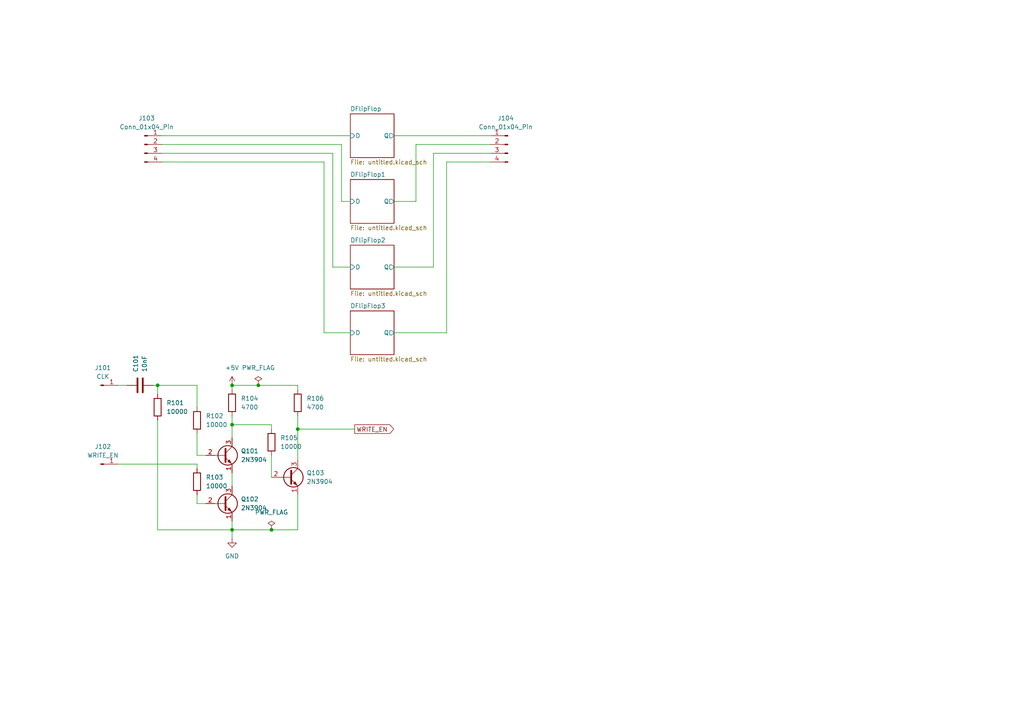
<source format=kicad_sch>
(kicad_sch
	(version 20250114)
	(generator "eeschema")
	(generator_version "9.0")
	(uuid "e96f5457-db99-4a37-99bc-c8d984ac6a13")
	(paper "A4")
	(lib_symbols
		(symbol "Connector:Conn_01x01_Pin"
			(pin_names
				(offset 1.016)
				(hide yes)
			)
			(exclude_from_sim no)
			(in_bom yes)
			(on_board yes)
			(property "Reference" "J"
				(at 0 2.54 0)
				(effects
					(font
						(size 1.27 1.27)
					)
				)
			)
			(property "Value" "Conn_01x01_Pin"
				(at 0 -2.54 0)
				(effects
					(font
						(size 1.27 1.27)
					)
				)
			)
			(property "Footprint" ""
				(at 0 0 0)
				(effects
					(font
						(size 1.27 1.27)
					)
					(hide yes)
				)
			)
			(property "Datasheet" "~"
				(at 0 0 0)
				(effects
					(font
						(size 1.27 1.27)
					)
					(hide yes)
				)
			)
			(property "Description" "Generic connector, single row, 01x01, script generated"
				(at 0 0 0)
				(effects
					(font
						(size 1.27 1.27)
					)
					(hide yes)
				)
			)
			(property "ki_locked" ""
				(at 0 0 0)
				(effects
					(font
						(size 1.27 1.27)
					)
				)
			)
			(property "ki_keywords" "connector"
				(at 0 0 0)
				(effects
					(font
						(size 1.27 1.27)
					)
					(hide yes)
				)
			)
			(property "ki_fp_filters" "Connector*:*_1x??_*"
				(at 0 0 0)
				(effects
					(font
						(size 1.27 1.27)
					)
					(hide yes)
				)
			)
			(symbol "Conn_01x01_Pin_1_1"
				(rectangle
					(start 0.8636 0.127)
					(end 0 -0.127)
					(stroke
						(width 0.1524)
						(type default)
					)
					(fill
						(type outline)
					)
				)
				(polyline
					(pts
						(xy 1.27 0) (xy 0.8636 0)
					)
					(stroke
						(width 0.1524)
						(type default)
					)
					(fill
						(type none)
					)
				)
				(pin passive line
					(at 5.08 0 180)
					(length 3.81)
					(name "Pin_1"
						(effects
							(font
								(size 1.27 1.27)
							)
						)
					)
					(number "1"
						(effects
							(font
								(size 1.27 1.27)
							)
						)
					)
				)
			)
			(embedded_fonts no)
		)
		(symbol "Connector:Conn_01x04_Pin"
			(pin_names
				(offset 1.016)
				(hide yes)
			)
			(exclude_from_sim no)
			(in_bom yes)
			(on_board yes)
			(property "Reference" "J"
				(at 0 5.08 0)
				(effects
					(font
						(size 1.27 1.27)
					)
				)
			)
			(property "Value" "Conn_01x04_Pin"
				(at 0 -7.62 0)
				(effects
					(font
						(size 1.27 1.27)
					)
				)
			)
			(property "Footprint" ""
				(at 0 0 0)
				(effects
					(font
						(size 1.27 1.27)
					)
					(hide yes)
				)
			)
			(property "Datasheet" "~"
				(at 0 0 0)
				(effects
					(font
						(size 1.27 1.27)
					)
					(hide yes)
				)
			)
			(property "Description" "Generic connector, single row, 01x04, script generated"
				(at 0 0 0)
				(effects
					(font
						(size 1.27 1.27)
					)
					(hide yes)
				)
			)
			(property "ki_locked" ""
				(at 0 0 0)
				(effects
					(font
						(size 1.27 1.27)
					)
				)
			)
			(property "ki_keywords" "connector"
				(at 0 0 0)
				(effects
					(font
						(size 1.27 1.27)
					)
					(hide yes)
				)
			)
			(property "ki_fp_filters" "Connector*:*_1x??_*"
				(at 0 0 0)
				(effects
					(font
						(size 1.27 1.27)
					)
					(hide yes)
				)
			)
			(symbol "Conn_01x04_Pin_1_1"
				(rectangle
					(start 0.8636 2.667)
					(end 0 2.413)
					(stroke
						(width 0.1524)
						(type default)
					)
					(fill
						(type outline)
					)
				)
				(rectangle
					(start 0.8636 0.127)
					(end 0 -0.127)
					(stroke
						(width 0.1524)
						(type default)
					)
					(fill
						(type outline)
					)
				)
				(rectangle
					(start 0.8636 -2.413)
					(end 0 -2.667)
					(stroke
						(width 0.1524)
						(type default)
					)
					(fill
						(type outline)
					)
				)
				(rectangle
					(start 0.8636 -4.953)
					(end 0 -5.207)
					(stroke
						(width 0.1524)
						(type default)
					)
					(fill
						(type outline)
					)
				)
				(polyline
					(pts
						(xy 1.27 2.54) (xy 0.8636 2.54)
					)
					(stroke
						(width 0.1524)
						(type default)
					)
					(fill
						(type none)
					)
				)
				(polyline
					(pts
						(xy 1.27 0) (xy 0.8636 0)
					)
					(stroke
						(width 0.1524)
						(type default)
					)
					(fill
						(type none)
					)
				)
				(polyline
					(pts
						(xy 1.27 -2.54) (xy 0.8636 -2.54)
					)
					(stroke
						(width 0.1524)
						(type default)
					)
					(fill
						(type none)
					)
				)
				(polyline
					(pts
						(xy 1.27 -5.08) (xy 0.8636 -5.08)
					)
					(stroke
						(width 0.1524)
						(type default)
					)
					(fill
						(type none)
					)
				)
				(pin passive line
					(at 5.08 2.54 180)
					(length 3.81)
					(name "Pin_1"
						(effects
							(font
								(size 1.27 1.27)
							)
						)
					)
					(number "1"
						(effects
							(font
								(size 1.27 1.27)
							)
						)
					)
				)
				(pin passive line
					(at 5.08 0 180)
					(length 3.81)
					(name "Pin_2"
						(effects
							(font
								(size 1.27 1.27)
							)
						)
					)
					(number "2"
						(effects
							(font
								(size 1.27 1.27)
							)
						)
					)
				)
				(pin passive line
					(at 5.08 -2.54 180)
					(length 3.81)
					(name "Pin_3"
						(effects
							(font
								(size 1.27 1.27)
							)
						)
					)
					(number "3"
						(effects
							(font
								(size 1.27 1.27)
							)
						)
					)
				)
				(pin passive line
					(at 5.08 -5.08 180)
					(length 3.81)
					(name "Pin_4"
						(effects
							(font
								(size 1.27 1.27)
							)
						)
					)
					(number "4"
						(effects
							(font
								(size 1.27 1.27)
							)
						)
					)
				)
			)
			(embedded_fonts no)
		)
		(symbol "Device:C"
			(pin_numbers
				(hide yes)
			)
			(pin_names
				(offset 0.254)
			)
			(exclude_from_sim no)
			(in_bom yes)
			(on_board yes)
			(property "Reference" "C"
				(at 0.635 2.54 0)
				(effects
					(font
						(size 1.27 1.27)
					)
					(justify left)
				)
			)
			(property "Value" "C"
				(at 0.635 -2.54 0)
				(effects
					(font
						(size 1.27 1.27)
					)
					(justify left)
				)
			)
			(property "Footprint" ""
				(at 0.9652 -3.81 0)
				(effects
					(font
						(size 1.27 1.27)
					)
					(hide yes)
				)
			)
			(property "Datasheet" "~"
				(at 0 0 0)
				(effects
					(font
						(size 1.27 1.27)
					)
					(hide yes)
				)
			)
			(property "Description" "Unpolarized capacitor"
				(at 0 0 0)
				(effects
					(font
						(size 1.27 1.27)
					)
					(hide yes)
				)
			)
			(property "ki_keywords" "cap capacitor"
				(at 0 0 0)
				(effects
					(font
						(size 1.27 1.27)
					)
					(hide yes)
				)
			)
			(property "ki_fp_filters" "C_*"
				(at 0 0 0)
				(effects
					(font
						(size 1.27 1.27)
					)
					(hide yes)
				)
			)
			(symbol "C_0_1"
				(polyline
					(pts
						(xy -2.032 0.762) (xy 2.032 0.762)
					)
					(stroke
						(width 0.508)
						(type default)
					)
					(fill
						(type none)
					)
				)
				(polyline
					(pts
						(xy -2.032 -0.762) (xy 2.032 -0.762)
					)
					(stroke
						(width 0.508)
						(type default)
					)
					(fill
						(type none)
					)
				)
			)
			(symbol "C_1_1"
				(pin passive line
					(at 0 3.81 270)
					(length 2.794)
					(name "~"
						(effects
							(font
								(size 1.27 1.27)
							)
						)
					)
					(number "1"
						(effects
							(font
								(size 1.27 1.27)
							)
						)
					)
				)
				(pin passive line
					(at 0 -3.81 90)
					(length 2.794)
					(name "~"
						(effects
							(font
								(size 1.27 1.27)
							)
						)
					)
					(number "2"
						(effects
							(font
								(size 1.27 1.27)
							)
						)
					)
				)
			)
			(embedded_fonts no)
		)
		(symbol "Device:R"
			(pin_numbers
				(hide yes)
			)
			(pin_names
				(offset 0)
			)
			(exclude_from_sim no)
			(in_bom yes)
			(on_board yes)
			(property "Reference" "R"
				(at 2.032 0 90)
				(effects
					(font
						(size 1.27 1.27)
					)
				)
			)
			(property "Value" "R"
				(at 0 0 90)
				(effects
					(font
						(size 1.27 1.27)
					)
				)
			)
			(property "Footprint" ""
				(at -1.778 0 90)
				(effects
					(font
						(size 1.27 1.27)
					)
					(hide yes)
				)
			)
			(property "Datasheet" "~"
				(at 0 0 0)
				(effects
					(font
						(size 1.27 1.27)
					)
					(hide yes)
				)
			)
			(property "Description" "Resistor"
				(at 0 0 0)
				(effects
					(font
						(size 1.27 1.27)
					)
					(hide yes)
				)
			)
			(property "ki_keywords" "R res resistor"
				(at 0 0 0)
				(effects
					(font
						(size 1.27 1.27)
					)
					(hide yes)
				)
			)
			(property "ki_fp_filters" "R_*"
				(at 0 0 0)
				(effects
					(font
						(size 1.27 1.27)
					)
					(hide yes)
				)
			)
			(symbol "R_0_1"
				(rectangle
					(start -1.016 -2.54)
					(end 1.016 2.54)
					(stroke
						(width 0.254)
						(type default)
					)
					(fill
						(type none)
					)
				)
			)
			(symbol "R_1_1"
				(pin passive line
					(at 0 3.81 270)
					(length 1.27)
					(name "~"
						(effects
							(font
								(size 1.27 1.27)
							)
						)
					)
					(number "1"
						(effects
							(font
								(size 1.27 1.27)
							)
						)
					)
				)
				(pin passive line
					(at 0 -3.81 90)
					(length 1.27)
					(name "~"
						(effects
							(font
								(size 1.27 1.27)
							)
						)
					)
					(number "2"
						(effects
							(font
								(size 1.27 1.27)
							)
						)
					)
				)
			)
			(embedded_fonts no)
		)
		(symbol "Transistor_BJT:2N3904"
			(pin_names
				(offset 0)
				(hide yes)
			)
			(exclude_from_sim no)
			(in_bom yes)
			(on_board yes)
			(property "Reference" "Q"
				(at 5.08 1.905 0)
				(effects
					(font
						(size 1.27 1.27)
					)
					(justify left)
				)
			)
			(property "Value" "2N3904"
				(at 5.08 0 0)
				(effects
					(font
						(size 1.27 1.27)
					)
					(justify left)
				)
			)
			(property "Footprint" "Package_TO_SOT_THT:TO-92_Inline"
				(at 5.08 -1.905 0)
				(effects
					(font
						(size 1.27 1.27)
						(italic yes)
					)
					(justify left)
					(hide yes)
				)
			)
			(property "Datasheet" "https://www.onsemi.com/pub/Collateral/2N3903-D.PDF"
				(at 0 0 0)
				(effects
					(font
						(size 1.27 1.27)
					)
					(justify left)
					(hide yes)
				)
			)
			(property "Description" "0.2A Ic, 40V Vce, Small Signal NPN Transistor, TO-92"
				(at 0 0 0)
				(effects
					(font
						(size 1.27 1.27)
					)
					(hide yes)
				)
			)
			(property "Sim.Device" "NPN"
				(at 0 0 0)
				(effects
					(font
						(size 1.27 1.27)
					)
					(hide yes)
				)
			)
			(property "Sim.Pins" "1=E 2=B 3=C"
				(at 0 0 0)
				(effects
					(font
						(size 1.27 1.27)
					)
					(hide yes)
				)
			)
			(property "ki_keywords" "NPN Transistor"
				(at 0 0 0)
				(effects
					(font
						(size 1.27 1.27)
					)
					(hide yes)
				)
			)
			(property "ki_fp_filters" "TO?92*"
				(at 0 0 0)
				(effects
					(font
						(size 1.27 1.27)
					)
					(hide yes)
				)
			)
			(symbol "2N3904_0_1"
				(polyline
					(pts
						(xy -2.54 0) (xy 0.635 0)
					)
					(stroke
						(width 0)
						(type default)
					)
					(fill
						(type none)
					)
				)
				(polyline
					(pts
						(xy 0.635 1.905) (xy 0.635 -1.905)
					)
					(stroke
						(width 0.508)
						(type default)
					)
					(fill
						(type none)
					)
				)
				(circle
					(center 1.27 0)
					(radius 2.8194)
					(stroke
						(width 0.254)
						(type default)
					)
					(fill
						(type none)
					)
				)
			)
			(symbol "2N3904_1_1"
				(polyline
					(pts
						(xy 0.635 0.635) (xy 2.54 2.54)
					)
					(stroke
						(width 0)
						(type default)
					)
					(fill
						(type none)
					)
				)
				(polyline
					(pts
						(xy 0.635 -0.635) (xy 2.54 -2.54)
					)
					(stroke
						(width 0)
						(type default)
					)
					(fill
						(type none)
					)
				)
				(polyline
					(pts
						(xy 1.27 -1.778) (xy 1.778 -1.27) (xy 2.286 -2.286) (xy 1.27 -1.778)
					)
					(stroke
						(width 0)
						(type default)
					)
					(fill
						(type outline)
					)
				)
				(pin input line
					(at -5.08 0 0)
					(length 2.54)
					(name "B"
						(effects
							(font
								(size 1.27 1.27)
							)
						)
					)
					(number "2"
						(effects
							(font
								(size 1.27 1.27)
							)
						)
					)
				)
				(pin passive line
					(at 2.54 5.08 270)
					(length 2.54)
					(name "C"
						(effects
							(font
								(size 1.27 1.27)
							)
						)
					)
					(number "3"
						(effects
							(font
								(size 1.27 1.27)
							)
						)
					)
				)
				(pin passive line
					(at 2.54 -5.08 90)
					(length 2.54)
					(name "E"
						(effects
							(font
								(size 1.27 1.27)
							)
						)
					)
					(number "1"
						(effects
							(font
								(size 1.27 1.27)
							)
						)
					)
				)
			)
			(embedded_fonts no)
		)
		(symbol "power:+5V"
			(power)
			(pin_numbers
				(hide yes)
			)
			(pin_names
				(offset 0)
				(hide yes)
			)
			(exclude_from_sim no)
			(in_bom yes)
			(on_board yes)
			(property "Reference" "#PWR"
				(at 0 -3.81 0)
				(effects
					(font
						(size 1.27 1.27)
					)
					(hide yes)
				)
			)
			(property "Value" "+5V"
				(at 0 3.556 0)
				(effects
					(font
						(size 1.27 1.27)
					)
				)
			)
			(property "Footprint" ""
				(at 0 0 0)
				(effects
					(font
						(size 1.27 1.27)
					)
					(hide yes)
				)
			)
			(property "Datasheet" ""
				(at 0 0 0)
				(effects
					(font
						(size 1.27 1.27)
					)
					(hide yes)
				)
			)
			(property "Description" "Power symbol creates a global label with name \"+5V\""
				(at 0 0 0)
				(effects
					(font
						(size 1.27 1.27)
					)
					(hide yes)
				)
			)
			(property "ki_keywords" "global power"
				(at 0 0 0)
				(effects
					(font
						(size 1.27 1.27)
					)
					(hide yes)
				)
			)
			(symbol "+5V_0_1"
				(polyline
					(pts
						(xy -0.762 1.27) (xy 0 2.54)
					)
					(stroke
						(width 0)
						(type default)
					)
					(fill
						(type none)
					)
				)
				(polyline
					(pts
						(xy 0 2.54) (xy 0.762 1.27)
					)
					(stroke
						(width 0)
						(type default)
					)
					(fill
						(type none)
					)
				)
				(polyline
					(pts
						(xy 0 0) (xy 0 2.54)
					)
					(stroke
						(width 0)
						(type default)
					)
					(fill
						(type none)
					)
				)
			)
			(symbol "+5V_1_1"
				(pin power_in line
					(at 0 0 90)
					(length 0)
					(name "~"
						(effects
							(font
								(size 1.27 1.27)
							)
						)
					)
					(number "1"
						(effects
							(font
								(size 1.27 1.27)
							)
						)
					)
				)
			)
			(embedded_fonts no)
		)
		(symbol "power:GND"
			(power)
			(pin_numbers
				(hide yes)
			)
			(pin_names
				(offset 0)
				(hide yes)
			)
			(exclude_from_sim no)
			(in_bom yes)
			(on_board yes)
			(property "Reference" "#PWR"
				(at 0 -6.35 0)
				(effects
					(font
						(size 1.27 1.27)
					)
					(hide yes)
				)
			)
			(property "Value" "GND"
				(at 0 -3.81 0)
				(effects
					(font
						(size 1.27 1.27)
					)
				)
			)
			(property "Footprint" ""
				(at 0 0 0)
				(effects
					(font
						(size 1.27 1.27)
					)
					(hide yes)
				)
			)
			(property "Datasheet" ""
				(at 0 0 0)
				(effects
					(font
						(size 1.27 1.27)
					)
					(hide yes)
				)
			)
			(property "Description" "Power symbol creates a global label with name \"GND\" , ground"
				(at 0 0 0)
				(effects
					(font
						(size 1.27 1.27)
					)
					(hide yes)
				)
			)
			(property "ki_keywords" "global power"
				(at 0 0 0)
				(effects
					(font
						(size 1.27 1.27)
					)
					(hide yes)
				)
			)
			(symbol "GND_0_1"
				(polyline
					(pts
						(xy 0 0) (xy 0 -1.27) (xy 1.27 -1.27) (xy 0 -2.54) (xy -1.27 -1.27) (xy 0 -1.27)
					)
					(stroke
						(width 0)
						(type default)
					)
					(fill
						(type none)
					)
				)
			)
			(symbol "GND_1_1"
				(pin power_in line
					(at 0 0 270)
					(length 0)
					(name "~"
						(effects
							(font
								(size 1.27 1.27)
							)
						)
					)
					(number "1"
						(effects
							(font
								(size 1.27 1.27)
							)
						)
					)
				)
			)
			(embedded_fonts no)
		)
		(symbol "power:PWR_FLAG"
			(power)
			(pin_numbers
				(hide yes)
			)
			(pin_names
				(offset 0)
				(hide yes)
			)
			(exclude_from_sim no)
			(in_bom yes)
			(on_board yes)
			(property "Reference" "#FLG"
				(at 0 1.905 0)
				(effects
					(font
						(size 1.27 1.27)
					)
					(hide yes)
				)
			)
			(property "Value" "PWR_FLAG"
				(at 0 3.81 0)
				(effects
					(font
						(size 1.27 1.27)
					)
				)
			)
			(property "Footprint" ""
				(at 0 0 0)
				(effects
					(font
						(size 1.27 1.27)
					)
					(hide yes)
				)
			)
			(property "Datasheet" "~"
				(at 0 0 0)
				(effects
					(font
						(size 1.27 1.27)
					)
					(hide yes)
				)
			)
			(property "Description" "Special symbol for telling ERC where power comes from"
				(at 0 0 0)
				(effects
					(font
						(size 1.27 1.27)
					)
					(hide yes)
				)
			)
			(property "ki_keywords" "flag power"
				(at 0 0 0)
				(effects
					(font
						(size 1.27 1.27)
					)
					(hide yes)
				)
			)
			(symbol "PWR_FLAG_0_0"
				(pin power_out line
					(at 0 0 90)
					(length 0)
					(name "~"
						(effects
							(font
								(size 1.27 1.27)
							)
						)
					)
					(number "1"
						(effects
							(font
								(size 1.27 1.27)
							)
						)
					)
				)
			)
			(symbol "PWR_FLAG_0_1"
				(polyline
					(pts
						(xy 0 0) (xy 0 1.27) (xy -1.016 1.905) (xy 0 2.54) (xy 1.016 1.905) (xy 0 1.27)
					)
					(stroke
						(width 0)
						(type default)
					)
					(fill
						(type none)
					)
				)
			)
			(embedded_fonts no)
		)
	)
	(junction
		(at 67.31 153.67)
		(diameter 0)
		(color 0 0 0 0)
		(uuid "70215d0d-22b0-433e-9f0b-c0627b7bc38f")
	)
	(junction
		(at 67.31 123.19)
		(diameter 0)
		(color 0 0 0 0)
		(uuid "723bab0b-2dec-4cba-a863-a08bf824c4ad")
	)
	(junction
		(at 74.93 111.76)
		(diameter 0)
		(color 0 0 0 0)
		(uuid "9d88c02b-6c09-4516-866f-b8ef0353b732")
	)
	(junction
		(at 86.36 124.46)
		(diameter 0)
		(color 0 0 0 0)
		(uuid "bdcda3ba-a821-47cc-97a9-b1047190a480")
	)
	(junction
		(at 45.72 111.76)
		(diameter 0)
		(color 0 0 0 0)
		(uuid "d6bdf438-791e-4085-9192-68884c3dc334")
	)
	(junction
		(at 67.31 111.76)
		(diameter 0)
		(color 0 0 0 0)
		(uuid "dda7198b-c72f-4fc2-8121-c1b1070144a6")
	)
	(junction
		(at 78.74 153.67)
		(diameter 0)
		(color 0 0 0 0)
		(uuid "e50a7d9f-45e3-4c59-b627-f9e0cfc4f666")
	)
	(wire
		(pts
			(xy 114.3 39.37) (xy 142.24 39.37)
		)
		(stroke
			(width 0)
			(type default)
		)
		(uuid "017f932e-8af3-4401-9b12-11dbe9c8490d")
	)
	(wire
		(pts
			(xy 93.98 46.99) (xy 93.98 96.52)
		)
		(stroke
			(width 0)
			(type default)
		)
		(uuid "0657681e-356f-4f6f-aa01-7b44d7679f53")
	)
	(wire
		(pts
			(xy 93.98 96.52) (xy 101.6 96.52)
		)
		(stroke
			(width 0)
			(type default)
		)
		(uuid "09ca5f15-94f4-4a6b-bb1f-7692be0db502")
	)
	(wire
		(pts
			(xy 86.36 120.65) (xy 86.36 124.46)
		)
		(stroke
			(width 0)
			(type default)
		)
		(uuid "107cb204-9789-499c-9b31-922425076ec6")
	)
	(wire
		(pts
			(xy 78.74 153.67) (xy 67.31 153.67)
		)
		(stroke
			(width 0)
			(type default)
		)
		(uuid "1946bfea-9cd7-461b-a04f-90d97a5cf4d7")
	)
	(wire
		(pts
			(xy 67.31 151.13) (xy 67.31 153.67)
		)
		(stroke
			(width 0)
			(type default)
		)
		(uuid "1e0622c9-6177-40be-9591-ee3364fb5b4e")
	)
	(wire
		(pts
			(xy 45.72 153.67) (xy 67.31 153.67)
		)
		(stroke
			(width 0)
			(type default)
		)
		(uuid "27e7d0bd-c6bd-40fc-9790-fbdafed4e7c8")
	)
	(wire
		(pts
			(xy 86.36 153.67) (xy 78.74 153.67)
		)
		(stroke
			(width 0)
			(type default)
		)
		(uuid "35dd6b01-7f95-4848-a612-058b4f006e4c")
	)
	(wire
		(pts
			(xy 86.36 143.51) (xy 86.36 153.67)
		)
		(stroke
			(width 0)
			(type default)
		)
		(uuid "426da8b9-6037-4d26-8a3b-99adbb9ff49d")
	)
	(wire
		(pts
			(xy 67.31 111.76) (xy 67.31 113.03)
		)
		(stroke
			(width 0)
			(type default)
		)
		(uuid "44b8907a-31db-4bc4-8470-624423a075bd")
	)
	(wire
		(pts
			(xy 57.15 134.62) (xy 57.15 135.89)
		)
		(stroke
			(width 0)
			(type default)
		)
		(uuid "46e865f5-cc3c-4f4d-af29-1280ac84a864")
	)
	(wire
		(pts
			(xy 125.73 77.47) (xy 125.73 44.45)
		)
		(stroke
			(width 0)
			(type default)
		)
		(uuid "4e303423-40b0-4914-bc5e-6001e5d0cbc2")
	)
	(wire
		(pts
			(xy 67.31 153.67) (xy 67.31 156.21)
		)
		(stroke
			(width 0)
			(type default)
		)
		(uuid "59c1bea9-a8ed-4526-99d5-b5e4bdd92209")
	)
	(wire
		(pts
			(xy 86.36 133.35) (xy 86.36 124.46)
		)
		(stroke
			(width 0)
			(type default)
		)
		(uuid "5dce730a-ae8e-45e7-8b55-687d445ab94a")
	)
	(wire
		(pts
			(xy 57.15 125.73) (xy 57.15 132.08)
		)
		(stroke
			(width 0)
			(type default)
		)
		(uuid "61f34bd4-e83e-493d-8570-d46165bc862b")
	)
	(wire
		(pts
			(xy 34.29 111.76) (xy 36.83 111.76)
		)
		(stroke
			(width 0)
			(type default)
		)
		(uuid "6367f6b9-5073-4c73-a6bf-b3435f960c6a")
	)
	(wire
		(pts
			(xy 86.36 111.76) (xy 74.93 111.76)
		)
		(stroke
			(width 0)
			(type default)
		)
		(uuid "6b99e926-36b6-4f47-a29e-cec8b42e8170")
	)
	(wire
		(pts
			(xy 57.15 146.05) (xy 59.69 146.05)
		)
		(stroke
			(width 0)
			(type default)
		)
		(uuid "73fbb93f-df96-41a1-bec4-a1f3c7354852")
	)
	(wire
		(pts
			(xy 67.31 120.65) (xy 67.31 123.19)
		)
		(stroke
			(width 0)
			(type default)
		)
		(uuid "79d92cda-95f1-41d7-8a14-9618028409c3")
	)
	(wire
		(pts
			(xy 57.15 118.11) (xy 57.15 111.76)
		)
		(stroke
			(width 0)
			(type default)
		)
		(uuid "803eb5d3-e787-4158-8779-dd946a55175b")
	)
	(wire
		(pts
			(xy 78.74 124.46) (xy 78.74 123.19)
		)
		(stroke
			(width 0)
			(type default)
		)
		(uuid "815acd49-b296-42a9-84c7-fefc1da36202")
	)
	(wire
		(pts
			(xy 96.52 77.47) (xy 101.6 77.47)
		)
		(stroke
			(width 0)
			(type default)
		)
		(uuid "8789c58d-9dfa-452f-a7cc-ac12dac1753e")
	)
	(wire
		(pts
			(xy 57.15 143.51) (xy 57.15 146.05)
		)
		(stroke
			(width 0)
			(type default)
		)
		(uuid "87eb2819-daa3-4028-bacb-aa58252b6fe4")
	)
	(wire
		(pts
			(xy 114.3 96.52) (xy 129.54 96.52)
		)
		(stroke
			(width 0)
			(type default)
		)
		(uuid "8937d1ae-5744-4111-98d2-645aed833e07")
	)
	(wire
		(pts
			(xy 78.74 132.08) (xy 78.74 138.43)
		)
		(stroke
			(width 0)
			(type default)
		)
		(uuid "8eb34d34-e2d2-436b-b7a4-8420ee4081a6")
	)
	(wire
		(pts
			(xy 44.45 111.76) (xy 45.72 111.76)
		)
		(stroke
			(width 0)
			(type default)
		)
		(uuid "8ec0583c-d1d4-40cb-be36-e518d078063a")
	)
	(wire
		(pts
			(xy 57.15 132.08) (xy 59.69 132.08)
		)
		(stroke
			(width 0)
			(type default)
		)
		(uuid "8fe6b5e2-db18-46f9-b7ce-632531793483")
	)
	(wire
		(pts
			(xy 46.99 39.37) (xy 101.6 39.37)
		)
		(stroke
			(width 0)
			(type default)
		)
		(uuid "9250c018-f3be-4e3b-99e8-e075203118d5")
	)
	(wire
		(pts
			(xy 46.99 44.45) (xy 96.52 44.45)
		)
		(stroke
			(width 0)
			(type default)
		)
		(uuid "92e796f1-580f-4a7b-a9ed-f0ff40575fa5")
	)
	(wire
		(pts
			(xy 129.54 96.52) (xy 129.54 46.99)
		)
		(stroke
			(width 0)
			(type default)
		)
		(uuid "949b510a-432f-4035-88e0-4e1cadea79d9")
	)
	(wire
		(pts
			(xy 67.31 123.19) (xy 67.31 127)
		)
		(stroke
			(width 0)
			(type default)
		)
		(uuid "97a643a2-d02b-4400-afbf-a99623db3f76")
	)
	(wire
		(pts
			(xy 78.74 123.19) (xy 67.31 123.19)
		)
		(stroke
			(width 0)
			(type default)
		)
		(uuid "984ae519-e2de-427a-ab37-7acacd3f2d52")
	)
	(wire
		(pts
			(xy 45.72 121.92) (xy 45.72 153.67)
		)
		(stroke
			(width 0)
			(type default)
		)
		(uuid "a1559086-e8ee-4924-b9cc-e205ae82aa96")
	)
	(wire
		(pts
			(xy 67.31 111.76) (xy 74.93 111.76)
		)
		(stroke
			(width 0)
			(type default)
		)
		(uuid "a887abf6-70ce-400c-9bb6-91a2d124bf37")
	)
	(wire
		(pts
			(xy 114.3 77.47) (xy 125.73 77.47)
		)
		(stroke
			(width 0)
			(type default)
		)
		(uuid "a9937d01-1e20-4d43-8d85-162932f63a3d")
	)
	(wire
		(pts
			(xy 86.36 124.46) (xy 102.87 124.46)
		)
		(stroke
			(width 0)
			(type default)
		)
		(uuid "b69476ad-6069-41e9-8a4f-967aafb789a6")
	)
	(wire
		(pts
			(xy 120.65 41.91) (xy 142.24 41.91)
		)
		(stroke
			(width 0)
			(type default)
		)
		(uuid "ba755c5f-a28b-4943-9a45-9e43fa32e7bf")
	)
	(wire
		(pts
			(xy 99.06 41.91) (xy 99.06 58.42)
		)
		(stroke
			(width 0)
			(type default)
		)
		(uuid "c3120b1b-8e89-4fb4-86e7-24ed976fffc8")
	)
	(wire
		(pts
			(xy 46.99 46.99) (xy 93.98 46.99)
		)
		(stroke
			(width 0)
			(type default)
		)
		(uuid "c929a75e-f089-41b3-ba9e-79516d37bfb0")
	)
	(wire
		(pts
			(xy 125.73 44.45) (xy 142.24 44.45)
		)
		(stroke
			(width 0)
			(type default)
		)
		(uuid "d11a2736-4a95-4818-868f-e8138a34458b")
	)
	(wire
		(pts
			(xy 45.72 111.76) (xy 45.72 114.3)
		)
		(stroke
			(width 0)
			(type default)
		)
		(uuid "da8a18a0-8d1d-4959-9337-e4eb72bead75")
	)
	(wire
		(pts
			(xy 46.99 41.91) (xy 99.06 41.91)
		)
		(stroke
			(width 0)
			(type default)
		)
		(uuid "dc4c6290-c28a-4b16-b94c-7e0e9c208c7d")
	)
	(wire
		(pts
			(xy 34.29 134.62) (xy 57.15 134.62)
		)
		(stroke
			(width 0)
			(type default)
		)
		(uuid "df3f132d-f63d-4f27-8f61-d24e5d11d36b")
	)
	(wire
		(pts
			(xy 114.3 58.42) (xy 120.65 58.42)
		)
		(stroke
			(width 0)
			(type default)
		)
		(uuid "e70824a7-4183-4627-9e75-13d8d30cd4c0")
	)
	(wire
		(pts
			(xy 86.36 111.76) (xy 86.36 113.03)
		)
		(stroke
			(width 0)
			(type default)
		)
		(uuid "eb49dbf2-ded5-4a0e-85ed-d68a652e89a5")
	)
	(wire
		(pts
			(xy 45.72 111.76) (xy 57.15 111.76)
		)
		(stroke
			(width 0)
			(type default)
		)
		(uuid "ec429a59-1c89-45a9-ade0-0942bdf80acc")
	)
	(wire
		(pts
			(xy 120.65 58.42) (xy 120.65 41.91)
		)
		(stroke
			(width 0)
			(type default)
		)
		(uuid "eef6a071-d22d-4324-b931-9a7d2b5bfb27")
	)
	(wire
		(pts
			(xy 129.54 46.99) (xy 142.24 46.99)
		)
		(stroke
			(width 0)
			(type default)
		)
		(uuid "f196bb6d-5940-48a3-b1ee-042705803609")
	)
	(wire
		(pts
			(xy 99.06 58.42) (xy 101.6 58.42)
		)
		(stroke
			(width 0)
			(type default)
		)
		(uuid "f31da0d3-fe11-4839-89b7-7d213f12f459")
	)
	(wire
		(pts
			(xy 96.52 44.45) (xy 96.52 77.47)
		)
		(stroke
			(width 0)
			(type default)
		)
		(uuid "fca47239-f803-4bae-bcb5-dc8d4ec8a457")
	)
	(wire
		(pts
			(xy 67.31 137.16) (xy 67.31 140.97)
		)
		(stroke
			(width 0)
			(type default)
		)
		(uuid "fea4d235-d07c-4902-a4d6-5e3edd27e34a")
	)
	(global_label "WRITE_EN"
		(shape output)
		(at 102.87 124.46 0)
		(fields_autoplaced yes)
		(effects
			(font
				(size 1.27 1.27)
			)
			(justify left)
		)
		(uuid "c91824bf-5d68-4736-a35d-f1def928a569")
		(property "Intersheetrefs" "${INTERSHEET_REFS}"
			(at 114.7451 124.46 0)
			(effects
				(font
					(size 1.27 1.27)
				)
				(justify left)
				(hide yes)
			)
		)
	)
	(symbol
		(lib_id "Device:R")
		(at 67.31 116.84 0)
		(unit 1)
		(exclude_from_sim no)
		(in_bom yes)
		(on_board yes)
		(dnp no)
		(fields_autoplaced yes)
		(uuid "09b2c7eb-c9fe-4b03-82dd-b13a49fa2248")
		(property "Reference" "R104"
			(at 69.85 115.5699 0)
			(effects
				(font
					(size 1.27 1.27)
				)
				(justify left)
			)
		)
		(property "Value" "4700"
			(at 69.85 118.1099 0)
			(effects
				(font
					(size 1.27 1.27)
				)
				(justify left)
			)
		)
		(property "Footprint" "Resistor_THT:R_Axial_DIN0207_L6.3mm_D2.5mm_P10.16mm_Horizontal"
			(at 65.532 116.84 90)
			(effects
				(font
					(size 1.27 1.27)
				)
				(hide yes)
			)
		)
		(property "Datasheet" "~"
			(at 67.31 116.84 0)
			(effects
				(font
					(size 1.27 1.27)
				)
				(hide yes)
			)
		)
		(property "Description" "Resistor"
			(at 67.31 116.84 0)
			(effects
				(font
					(size 1.27 1.27)
				)
				(hide yes)
			)
		)
		(pin "1"
			(uuid "7ed4a21d-7e29-4f78-b79d-bf9b6911c3ed")
		)
		(pin "2"
			(uuid "10994cdd-45c3-42ac-964c-35eb0bd41cdc")
		)
		(instances
			(project "reg"
				(path "/e96f5457-db99-4a37-99bc-c8d984ac6a13"
					(reference "R104")
					(unit 1)
				)
			)
		)
	)
	(symbol
		(lib_id "Device:R")
		(at 57.15 139.7 0)
		(unit 1)
		(exclude_from_sim no)
		(in_bom yes)
		(on_board yes)
		(dnp no)
		(fields_autoplaced yes)
		(uuid "0a32391c-0def-4a10-9a08-bd833529940b")
		(property "Reference" "R103"
			(at 59.69 138.4299 0)
			(effects
				(font
					(size 1.27 1.27)
				)
				(justify left)
			)
		)
		(property "Value" "10000"
			(at 59.69 140.9699 0)
			(effects
				(font
					(size 1.27 1.27)
				)
				(justify left)
			)
		)
		(property "Footprint" "Resistor_THT:R_Axial_DIN0207_L6.3mm_D2.5mm_P10.16mm_Horizontal"
			(at 55.372 139.7 90)
			(effects
				(font
					(size 1.27 1.27)
				)
				(hide yes)
			)
		)
		(property "Datasheet" "~"
			(at 57.15 139.7 0)
			(effects
				(font
					(size 1.27 1.27)
				)
				(hide yes)
			)
		)
		(property "Description" "Resistor"
			(at 57.15 139.7 0)
			(effects
				(font
					(size 1.27 1.27)
				)
				(hide yes)
			)
		)
		(pin "1"
			(uuid "7242b62a-30c0-4ce8-a4fd-f71b9b3f26ad")
		)
		(pin "2"
			(uuid "0fdf2244-3ed0-4bec-b2ff-7f2f4b6a0d67")
		)
		(instances
			(project "reg"
				(path "/e96f5457-db99-4a37-99bc-c8d984ac6a13"
					(reference "R103")
					(unit 1)
				)
			)
		)
	)
	(symbol
		(lib_id "Device:R")
		(at 78.74 128.27 0)
		(unit 1)
		(exclude_from_sim no)
		(in_bom yes)
		(on_board yes)
		(dnp no)
		(fields_autoplaced yes)
		(uuid "1396d15b-ba0b-4404-8b47-8d3525652df4")
		(property "Reference" "R105"
			(at 81.28 126.9999 0)
			(effects
				(font
					(size 1.27 1.27)
				)
				(justify left)
			)
		)
		(property "Value" "10000"
			(at 81.28 129.5399 0)
			(effects
				(font
					(size 1.27 1.27)
				)
				(justify left)
			)
		)
		(property "Footprint" "Resistor_THT:R_Axial_DIN0207_L6.3mm_D2.5mm_P10.16mm_Horizontal"
			(at 76.962 128.27 90)
			(effects
				(font
					(size 1.27 1.27)
				)
				(hide yes)
			)
		)
		(property "Datasheet" "~"
			(at 78.74 128.27 0)
			(effects
				(font
					(size 1.27 1.27)
				)
				(hide yes)
			)
		)
		(property "Description" "Resistor"
			(at 78.74 128.27 0)
			(effects
				(font
					(size 1.27 1.27)
				)
				(hide yes)
			)
		)
		(pin "1"
			(uuid "045d26c9-f681-44cd-9f62-c296d29b1909")
		)
		(pin "2"
			(uuid "50550664-0a62-49a6-b037-6cedc58345fb")
		)
		(instances
			(project "reg"
				(path "/e96f5457-db99-4a37-99bc-c8d984ac6a13"
					(reference "R105")
					(unit 1)
				)
			)
		)
	)
	(symbol
		(lib_id "Connector:Conn_01x04_Pin")
		(at 147.32 41.91 0)
		(mirror y)
		(unit 1)
		(exclude_from_sim no)
		(in_bom yes)
		(on_board yes)
		(dnp no)
		(fields_autoplaced yes)
		(uuid "18fea492-4428-4053-9b3c-d48979cf090b")
		(property "Reference" "J104"
			(at 146.685 34.29 0)
			(effects
				(font
					(size 1.27 1.27)
				)
			)
		)
		(property "Value" "Conn_01x04_Pin"
			(at 146.685 36.83 0)
			(effects
				(font
					(size 1.27 1.27)
				)
			)
		)
		(property "Footprint" "Connector_PinHeader_2.54mm:PinHeader_1x04_P2.54mm_Vertical"
			(at 147.32 41.91 0)
			(effects
				(font
					(size 1.27 1.27)
				)
				(hide yes)
			)
		)
		(property "Datasheet" "~"
			(at 147.32 41.91 0)
			(effects
				(font
					(size 1.27 1.27)
				)
				(hide yes)
			)
		)
		(property "Description" "Generic connector, single row, 01x04, script generated"
			(at 147.32 41.91 0)
			(effects
				(font
					(size 1.27 1.27)
				)
				(hide yes)
			)
		)
		(pin "1"
			(uuid "e7e2c00c-72f7-47c6-9bb9-02a3acdac554")
		)
		(pin "4"
			(uuid "b6ae8a10-440a-4637-a77e-030c63270503")
		)
		(pin "2"
			(uuid "7cb896d4-d81e-4cad-af12-ce3f40e4d578")
		)
		(pin "3"
			(uuid "1ca8b43b-1ba2-4c1d-b982-e329666eb855")
		)
		(instances
			(project "reg"
				(path "/e96f5457-db99-4a37-99bc-c8d984ac6a13"
					(reference "J104")
					(unit 1)
				)
			)
		)
	)
	(symbol
		(lib_id "Connector:Conn_01x01_Pin")
		(at 29.21 111.76 0)
		(unit 1)
		(exclude_from_sim no)
		(in_bom yes)
		(on_board yes)
		(dnp no)
		(fields_autoplaced yes)
		(uuid "4b7a7ad2-e066-42eb-b71b-a67b39673411")
		(property "Reference" "J101"
			(at 29.845 106.68 0)
			(effects
				(font
					(size 1.27 1.27)
				)
			)
		)
		(property "Value" "CLK"
			(at 29.845 109.22 0)
			(effects
				(font
					(size 1.27 1.27)
				)
			)
		)
		(property "Footprint" "Connector_PinHeader_2.54mm:PinHeader_1x01_P2.54mm_Vertical"
			(at 29.21 111.76 0)
			(effects
				(font
					(size 1.27 1.27)
				)
				(hide yes)
			)
		)
		(property "Datasheet" "~"
			(at 29.21 111.76 0)
			(effects
				(font
					(size 1.27 1.27)
				)
				(hide yes)
			)
		)
		(property "Description" "Generic connector, single row, 01x01, script generated"
			(at 29.21 111.76 0)
			(effects
				(font
					(size 1.27 1.27)
				)
				(hide yes)
			)
		)
		(pin "1"
			(uuid "80a4a08b-28c9-4bbc-a600-a41122a56348")
		)
		(instances
			(project ""
				(path "/e96f5457-db99-4a37-99bc-c8d984ac6a13"
					(reference "J101")
					(unit 1)
				)
			)
		)
	)
	(symbol
		(lib_id "Device:R")
		(at 57.15 121.92 0)
		(unit 1)
		(exclude_from_sim no)
		(in_bom yes)
		(on_board yes)
		(dnp no)
		(fields_autoplaced yes)
		(uuid "4d47641d-d460-4f41-9da4-41d4d1251dc2")
		(property "Reference" "R102"
			(at 59.69 120.6499 0)
			(effects
				(font
					(size 1.27 1.27)
				)
				(justify left)
			)
		)
		(property "Value" "10000"
			(at 59.69 123.1899 0)
			(effects
				(font
					(size 1.27 1.27)
				)
				(justify left)
			)
		)
		(property "Footprint" "Resistor_THT:R_Axial_DIN0207_L6.3mm_D2.5mm_P10.16mm_Horizontal"
			(at 55.372 121.92 90)
			(effects
				(font
					(size 1.27 1.27)
				)
				(hide yes)
			)
		)
		(property "Datasheet" "~"
			(at 57.15 121.92 0)
			(effects
				(font
					(size 1.27 1.27)
				)
				(hide yes)
			)
		)
		(property "Description" "Resistor"
			(at 57.15 121.92 0)
			(effects
				(font
					(size 1.27 1.27)
				)
				(hide yes)
			)
		)
		(pin "1"
			(uuid "5b388fb5-bfdd-4095-bbc8-38498ff4238d")
		)
		(pin "2"
			(uuid "b412eff5-c9f1-4d5b-a712-d5dcdea0666f")
		)
		(instances
			(project "reg"
				(path "/e96f5457-db99-4a37-99bc-c8d984ac6a13"
					(reference "R102")
					(unit 1)
				)
			)
		)
	)
	(symbol
		(lib_id "power:PWR_FLAG")
		(at 78.74 153.67 0)
		(unit 1)
		(exclude_from_sim no)
		(in_bom yes)
		(on_board yes)
		(dnp no)
		(fields_autoplaced yes)
		(uuid "55aa2883-5402-4250-a634-3918d881308c")
		(property "Reference" "#FLG0102"
			(at 78.74 151.765 0)
			(effects
				(font
					(size 1.27 1.27)
				)
				(hide yes)
			)
		)
		(property "Value" "PWR_FLAG"
			(at 78.74 148.59 0)
			(effects
				(font
					(size 1.27 1.27)
				)
			)
		)
		(property "Footprint" ""
			(at 78.74 153.67 0)
			(effects
				(font
					(size 1.27 1.27)
				)
				(hide yes)
			)
		)
		(property "Datasheet" "~"
			(at 78.74 153.67 0)
			(effects
				(font
					(size 1.27 1.27)
				)
				(hide yes)
			)
		)
		(property "Description" "Special symbol for telling ERC where power comes from"
			(at 78.74 153.67 0)
			(effects
				(font
					(size 1.27 1.27)
				)
				(hide yes)
			)
		)
		(pin "1"
			(uuid "ba9de3b9-7b5b-4ad4-b291-0386f2858e27")
		)
		(instances
			(project "reg"
				(path "/e96f5457-db99-4a37-99bc-c8d984ac6a13"
					(reference "#FLG0102")
					(unit 1)
				)
			)
		)
	)
	(symbol
		(lib_id "power:PWR_FLAG")
		(at 74.93 111.76 0)
		(unit 1)
		(exclude_from_sim no)
		(in_bom yes)
		(on_board yes)
		(dnp no)
		(fields_autoplaced yes)
		(uuid "5d9e57e7-b106-410c-b52c-49c6b5b3738a")
		(property "Reference" "#FLG0101"
			(at 74.93 109.855 0)
			(effects
				(font
					(size 1.27 1.27)
				)
				(hide yes)
			)
		)
		(property "Value" "PWR_FLAG"
			(at 74.93 106.68 0)
			(effects
				(font
					(size 1.27 1.27)
				)
			)
		)
		(property "Footprint" ""
			(at 74.93 111.76 0)
			(effects
				(font
					(size 1.27 1.27)
				)
				(hide yes)
			)
		)
		(property "Datasheet" "~"
			(at 74.93 111.76 0)
			(effects
				(font
					(size 1.27 1.27)
				)
				(hide yes)
			)
		)
		(property "Description" "Special symbol for telling ERC where power comes from"
			(at 74.93 111.76 0)
			(effects
				(font
					(size 1.27 1.27)
				)
				(hide yes)
			)
		)
		(pin "1"
			(uuid "b2774d1d-30e0-495c-bb18-b9c0f0a87d0b")
		)
		(instances
			(project ""
				(path "/e96f5457-db99-4a37-99bc-c8d984ac6a13"
					(reference "#FLG0101")
					(unit 1)
				)
			)
		)
	)
	(symbol
		(lib_id "Connector:Conn_01x01_Pin")
		(at 29.21 134.62 0)
		(unit 1)
		(exclude_from_sim no)
		(in_bom yes)
		(on_board yes)
		(dnp no)
		(fields_autoplaced yes)
		(uuid "71d1acaf-3ba9-4fed-8a92-331a602b4cfa")
		(property "Reference" "J102"
			(at 29.845 129.54 0)
			(effects
				(font
					(size 1.27 1.27)
				)
			)
		)
		(property "Value" "WRITE_EN"
			(at 29.845 132.08 0)
			(effects
				(font
					(size 1.27 1.27)
				)
			)
		)
		(property "Footprint" "Connector_PinHeader_2.54mm:PinHeader_1x01_P2.54mm_Vertical"
			(at 29.21 134.62 0)
			(effects
				(font
					(size 1.27 1.27)
				)
				(hide yes)
			)
		)
		(property "Datasheet" "~"
			(at 29.21 134.62 0)
			(effects
				(font
					(size 1.27 1.27)
				)
				(hide yes)
			)
		)
		(property "Description" "Generic connector, single row, 01x01, script generated"
			(at 29.21 134.62 0)
			(effects
				(font
					(size 1.27 1.27)
				)
				(hide yes)
			)
		)
		(pin "1"
			(uuid "9f11d6d6-0b6b-4ebb-9bc5-29aee281667f")
		)
		(instances
			(project "reg"
				(path "/e96f5457-db99-4a37-99bc-c8d984ac6a13"
					(reference "J102")
					(unit 1)
				)
			)
		)
	)
	(symbol
		(lib_id "power:GND")
		(at 67.31 156.21 0)
		(unit 1)
		(exclude_from_sim no)
		(in_bom yes)
		(on_board yes)
		(dnp no)
		(fields_autoplaced yes)
		(uuid "7a6bcf17-cc50-4e39-9981-efea9e272b5b")
		(property "Reference" "#PWR0103"
			(at 67.31 162.56 0)
			(effects
				(font
					(size 1.27 1.27)
				)
				(hide yes)
			)
		)
		(property "Value" "GND"
			(at 67.31 161.29 0)
			(effects
				(font
					(size 1.27 1.27)
				)
			)
		)
		(property "Footprint" ""
			(at 67.31 156.21 0)
			(effects
				(font
					(size 1.27 1.27)
				)
				(hide yes)
			)
		)
		(property "Datasheet" ""
			(at 67.31 156.21 0)
			(effects
				(font
					(size 1.27 1.27)
				)
				(hide yes)
			)
		)
		(property "Description" "Power symbol creates a global label with name \"GND\" , ground"
			(at 67.31 156.21 0)
			(effects
				(font
					(size 1.27 1.27)
				)
				(hide yes)
			)
		)
		(pin "1"
			(uuid "0023d63c-af8a-4e68-8774-9da3aa168179")
		)
		(instances
			(project "reg"
				(path "/e96f5457-db99-4a37-99bc-c8d984ac6a13"
					(reference "#PWR0103")
					(unit 1)
				)
			)
		)
	)
	(symbol
		(lib_id "power:+5V")
		(at 67.31 111.76 0)
		(unit 1)
		(exclude_from_sim no)
		(in_bom yes)
		(on_board yes)
		(dnp no)
		(fields_autoplaced yes)
		(uuid "8cef5b34-4b3a-4b07-b84a-e841a94ee8cf")
		(property "Reference" "#PWR0102"
			(at 67.31 115.57 0)
			(effects
				(font
					(size 1.27 1.27)
				)
				(hide yes)
			)
		)
		(property "Value" "+5V"
			(at 67.31 106.68 0)
			(effects
				(font
					(size 1.27 1.27)
				)
			)
		)
		(property "Footprint" ""
			(at 67.31 111.76 0)
			(effects
				(font
					(size 1.27 1.27)
				)
				(hide yes)
			)
		)
		(property "Datasheet" ""
			(at 67.31 111.76 0)
			(effects
				(font
					(size 1.27 1.27)
				)
				(hide yes)
			)
		)
		(property "Description" "Power symbol creates a global label with name \"+5V\""
			(at 67.31 111.76 0)
			(effects
				(font
					(size 1.27 1.27)
				)
				(hide yes)
			)
		)
		(pin "1"
			(uuid "c0d0f150-2684-4d80-a184-37b4ead1b3fc")
		)
		(instances
			(project ""
				(path "/e96f5457-db99-4a37-99bc-c8d984ac6a13"
					(reference "#PWR0102")
					(unit 1)
				)
			)
		)
	)
	(symbol
		(lib_id "Transistor_BJT:2N3904")
		(at 64.77 146.05 0)
		(unit 1)
		(exclude_from_sim no)
		(in_bom yes)
		(on_board yes)
		(dnp no)
		(fields_autoplaced yes)
		(uuid "adfc76ea-e8fb-465d-9814-7a60ed17ee3a")
		(property "Reference" "Q102"
			(at 69.85 144.7799 0)
			(effects
				(font
					(size 1.27 1.27)
				)
				(justify left)
			)
		)
		(property "Value" "2N3904"
			(at 69.85 147.3199 0)
			(effects
				(font
					(size 1.27 1.27)
				)
				(justify left)
			)
		)
		(property "Footprint" "Package_TO_SOT_THT:TO-92_Inline"
			(at 69.85 147.955 0)
			(effects
				(font
					(size 1.27 1.27)
					(italic yes)
				)
				(justify left)
				(hide yes)
			)
		)
		(property "Datasheet" "https://www.onsemi.com/pub/Collateral/2N3903-D.PDF"
			(at 64.77 146.05 0)
			(effects
				(font
					(size 1.27 1.27)
				)
				(justify left)
				(hide yes)
			)
		)
		(property "Description" "0.2A Ic, 40V Vce, Small Signal NPN Transistor, TO-92"
			(at 64.77 146.05 0)
			(effects
				(font
					(size 1.27 1.27)
				)
				(hide yes)
			)
		)
		(property "Sim.Device" "NPN"
			(at 64.77 146.05 0)
			(effects
				(font
					(size 1.27 1.27)
				)
				(hide yes)
			)
		)
		(property "Sim.Pins" "1=E 2=B 3=C"
			(at 64.77 146.05 0)
			(effects
				(font
					(size 1.27 1.27)
				)
				(hide yes)
			)
		)
		(pin "3"
			(uuid "e0a35036-458d-411a-b029-8f82dec0ed9b")
		)
		(pin "1"
			(uuid "d2017c78-522a-458c-ab26-c0e74b55bc7c")
		)
		(pin "2"
			(uuid "951293b5-3544-4aad-9c63-2cc9723177c8")
		)
		(instances
			(project ""
				(path "/e96f5457-db99-4a37-99bc-c8d984ac6a13"
					(reference "Q102")
					(unit 1)
				)
			)
		)
	)
	(symbol
		(lib_id "Device:C")
		(at 40.64 111.76 90)
		(unit 1)
		(exclude_from_sim no)
		(in_bom yes)
		(on_board yes)
		(dnp no)
		(fields_autoplaced yes)
		(uuid "ae3edab2-5ec3-40db-b445-118afc60cfa0")
		(property "Reference" "C101"
			(at 39.3699 107.95 0)
			(effects
				(font
					(size 1.27 1.27)
				)
				(justify left)
			)
		)
		(property "Value" "10nF"
			(at 41.9099 107.95 0)
			(effects
				(font
					(size 1.27 1.27)
				)
				(justify left)
			)
		)
		(property "Footprint" "Capacitor_THT:C_Disc_D5.0mm_W2.5mm_P5.00mm"
			(at 44.45 110.7948 0)
			(effects
				(font
					(size 1.27 1.27)
				)
				(hide yes)
			)
		)
		(property "Datasheet" "~"
			(at 40.64 111.76 0)
			(effects
				(font
					(size 1.27 1.27)
				)
				(hide yes)
			)
		)
		(property "Description" "Unpolarized capacitor"
			(at 40.64 111.76 0)
			(effects
				(font
					(size 1.27 1.27)
				)
				(hide yes)
			)
		)
		(pin "1"
			(uuid "5039fe4b-5e41-4683-a3d2-e3bf805ee0ae")
		)
		(pin "2"
			(uuid "61d112be-c182-44b1-a010-0d0759b407a4")
		)
		(instances
			(project ""
				(path "/e96f5457-db99-4a37-99bc-c8d984ac6a13"
					(reference "C101")
					(unit 1)
				)
			)
		)
	)
	(symbol
		(lib_id "Transistor_BJT:2N3904")
		(at 83.82 138.43 0)
		(unit 1)
		(exclude_from_sim no)
		(in_bom yes)
		(on_board yes)
		(dnp no)
		(fields_autoplaced yes)
		(uuid "bfb76fcc-b6f4-41d3-9065-3cbbfecc03e8")
		(property "Reference" "Q103"
			(at 88.9 137.1599 0)
			(effects
				(font
					(size 1.27 1.27)
				)
				(justify left)
			)
		)
		(property "Value" "2N3904"
			(at 88.9 139.6999 0)
			(effects
				(font
					(size 1.27 1.27)
				)
				(justify left)
			)
		)
		(property "Footprint" "Package_TO_SOT_THT:TO-92_Inline"
			(at 88.9 140.335 0)
			(effects
				(font
					(size 1.27 1.27)
					(italic yes)
				)
				(justify left)
				(hide yes)
			)
		)
		(property "Datasheet" "https://www.onsemi.com/pub/Collateral/2N3903-D.PDF"
			(at 83.82 138.43 0)
			(effects
				(font
					(size 1.27 1.27)
				)
				(justify left)
				(hide yes)
			)
		)
		(property "Description" "0.2A Ic, 40V Vce, Small Signal NPN Transistor, TO-92"
			(at 83.82 138.43 0)
			(effects
				(font
					(size 1.27 1.27)
				)
				(hide yes)
			)
		)
		(property "Sim.Device" "NPN"
			(at 83.82 138.43 0)
			(effects
				(font
					(size 1.27 1.27)
				)
				(hide yes)
			)
		)
		(property "Sim.Pins" "1=E 2=B 3=C"
			(at 83.82 138.43 0)
			(effects
				(font
					(size 1.27 1.27)
				)
				(hide yes)
			)
		)
		(pin "3"
			(uuid "9264b831-780c-44f8-ac44-d3e39ffe5aef")
		)
		(pin "1"
			(uuid "5633f27a-9f08-4611-a20f-915cc9eaf7ca")
		)
		(pin "2"
			(uuid "eb166104-67d0-4265-b326-424d01bd72a5")
		)
		(instances
			(project "reg"
				(path "/e96f5457-db99-4a37-99bc-c8d984ac6a13"
					(reference "Q103")
					(unit 1)
				)
			)
		)
	)
	(symbol
		(lib_id "Device:R")
		(at 86.36 116.84 0)
		(unit 1)
		(exclude_from_sim no)
		(in_bom yes)
		(on_board yes)
		(dnp no)
		(fields_autoplaced yes)
		(uuid "c814968d-daed-45db-a352-9fdef5ee4d3f")
		(property "Reference" "R106"
			(at 88.9 115.5699 0)
			(effects
				(font
					(size 1.27 1.27)
				)
				(justify left)
			)
		)
		(property "Value" "4700"
			(at 88.9 118.1099 0)
			(effects
				(font
					(size 1.27 1.27)
				)
				(justify left)
			)
		)
		(property "Footprint" "Resistor_THT:R_Axial_DIN0207_L6.3mm_D2.5mm_P10.16mm_Horizontal"
			(at 84.582 116.84 90)
			(effects
				(font
					(size 1.27 1.27)
				)
				(hide yes)
			)
		)
		(property "Datasheet" "~"
			(at 86.36 116.84 0)
			(effects
				(font
					(size 1.27 1.27)
				)
				(hide yes)
			)
		)
		(property "Description" "Resistor"
			(at 86.36 116.84 0)
			(effects
				(font
					(size 1.27 1.27)
				)
				(hide yes)
			)
		)
		(pin "1"
			(uuid "cdb935eb-16cb-4296-a0f9-c3097c653f53")
		)
		(pin "2"
			(uuid "a590fd36-c7a4-4361-98cc-fefafe0dfba6")
		)
		(instances
			(project "reg"
				(path "/e96f5457-db99-4a37-99bc-c8d984ac6a13"
					(reference "R106")
					(unit 1)
				)
			)
		)
	)
	(symbol
		(lib_id "Transistor_BJT:2N3904")
		(at 64.77 132.08 0)
		(unit 1)
		(exclude_from_sim no)
		(in_bom yes)
		(on_board yes)
		(dnp no)
		(fields_autoplaced yes)
		(uuid "cfacaf90-269e-48f2-ad56-46b07fe62163")
		(property "Reference" "Q101"
			(at 69.85 130.8099 0)
			(effects
				(font
					(size 1.27 1.27)
				)
				(justify left)
			)
		)
		(property "Value" "2N3904"
			(at 69.85 133.3499 0)
			(effects
				(font
					(size 1.27 1.27)
				)
				(justify left)
			)
		)
		(property "Footprint" "Package_TO_SOT_THT:TO-92_Inline"
			(at 69.85 133.985 0)
			(effects
				(font
					(size 1.27 1.27)
					(italic yes)
				)
				(justify left)
				(hide yes)
			)
		)
		(property "Datasheet" "https://www.onsemi.com/pub/Collateral/2N3903-D.PDF"
			(at 64.77 132.08 0)
			(effects
				(font
					(size 1.27 1.27)
				)
				(justify left)
				(hide yes)
			)
		)
		(property "Description" "0.2A Ic, 40V Vce, Small Signal NPN Transistor, TO-92"
			(at 64.77 132.08 0)
			(effects
				(font
					(size 1.27 1.27)
				)
				(hide yes)
			)
		)
		(property "Sim.Device" "NPN"
			(at 64.77 132.08 0)
			(effects
				(font
					(size 1.27 1.27)
				)
				(hide yes)
			)
		)
		(property "Sim.Pins" "1=E 2=B 3=C"
			(at 64.77 132.08 0)
			(effects
				(font
					(size 1.27 1.27)
				)
				(hide yes)
			)
		)
		(pin "3"
			(uuid "bf4faa05-2a36-4ffe-8998-2c0521e8cd56")
		)
		(pin "1"
			(uuid "fae10adc-dedb-45c9-93ef-85ddbb1789e4")
		)
		(pin "2"
			(uuid "218545a4-96de-423c-99c8-439d2a1bd0b9")
		)
		(instances
			(project "reg"
				(path "/e96f5457-db99-4a37-99bc-c8d984ac6a13"
					(reference "Q101")
					(unit 1)
				)
			)
		)
	)
	(symbol
		(lib_id "Device:R")
		(at 45.72 118.11 0)
		(unit 1)
		(exclude_from_sim no)
		(in_bom yes)
		(on_board yes)
		(dnp no)
		(fields_autoplaced yes)
		(uuid "d90447ce-4c30-4737-8322-c470065a40e9")
		(property "Reference" "R101"
			(at 48.26 116.8399 0)
			(effects
				(font
					(size 1.27 1.27)
				)
				(justify left)
			)
		)
		(property "Value" "10000"
			(at 48.26 119.3799 0)
			(effects
				(font
					(size 1.27 1.27)
				)
				(justify left)
			)
		)
		(property "Footprint" "Resistor_THT:R_Axial_DIN0207_L6.3mm_D2.5mm_P10.16mm_Horizontal"
			(at 43.942 118.11 90)
			(effects
				(font
					(size 1.27 1.27)
				)
				(hide yes)
			)
		)
		(property "Datasheet" "~"
			(at 45.72 118.11 0)
			(effects
				(font
					(size 1.27 1.27)
				)
				(hide yes)
			)
		)
		(property "Description" "Resistor"
			(at 45.72 118.11 0)
			(effects
				(font
					(size 1.27 1.27)
				)
				(hide yes)
			)
		)
		(pin "1"
			(uuid "05574056-1b07-4e48-ba40-6b9d26d73575")
		)
		(pin "2"
			(uuid "738c5876-dc2a-4b56-9929-2953c7be7240")
		)
		(instances
			(project ""
				(path "/e96f5457-db99-4a37-99bc-c8d984ac6a13"
					(reference "R101")
					(unit 1)
				)
			)
		)
	)
	(symbol
		(lib_id "Connector:Conn_01x04_Pin")
		(at 41.91 41.91 0)
		(unit 1)
		(exclude_from_sim no)
		(in_bom yes)
		(on_board yes)
		(dnp no)
		(fields_autoplaced yes)
		(uuid "e41da61b-27f6-4b75-a4d2-2c88d2bf6bd3")
		(property "Reference" "J103"
			(at 42.545 34.29 0)
			(effects
				(font
					(size 1.27 1.27)
				)
			)
		)
		(property "Value" "Conn_01x04_Pin"
			(at 42.545 36.83 0)
			(effects
				(font
					(size 1.27 1.27)
				)
			)
		)
		(property "Footprint" "Connector_PinHeader_2.54mm:PinHeader_1x04_P2.54mm_Vertical"
			(at 41.91 41.91 0)
			(effects
				(font
					(size 1.27 1.27)
				)
				(hide yes)
			)
		)
		(property "Datasheet" "~"
			(at 41.91 41.91 0)
			(effects
				(font
					(size 1.27 1.27)
				)
				(hide yes)
			)
		)
		(property "Description" "Generic connector, single row, 01x04, script generated"
			(at 41.91 41.91 0)
			(effects
				(font
					(size 1.27 1.27)
				)
				(hide yes)
			)
		)
		(pin "1"
			(uuid "6f53940d-fa64-43fd-9650-c1a56befb54a")
		)
		(pin "4"
			(uuid "21b44a3d-ffcf-4638-8222-d69103cd2bb0")
		)
		(pin "2"
			(uuid "50b15678-d709-4053-8d92-0d44f42a0290")
		)
		(pin "3"
			(uuid "f838c4af-51df-4aeb-a2a8-96a7efd0a134")
		)
		(instances
			(project ""
				(path "/e96f5457-db99-4a37-99bc-c8d984ac6a13"
					(reference "J103")
					(unit 1)
				)
			)
		)
	)
	(sheet
		(at 101.6 33.02)
		(size 12.7 12.7)
		(exclude_from_sim no)
		(in_bom yes)
		(on_board yes)
		(dnp no)
		(fields_autoplaced yes)
		(stroke
			(width 0.1524)
			(type solid)
		)
		(fill
			(color 0 0 0 0.0000)
		)
		(uuid "013fff21-ffe2-43e7-a1f8-0a32857b7896")
		(property "Sheetname" "DFlipFlop"
			(at 101.6 32.3084 0)
			(effects
				(font
					(size 1.27 1.27)
				)
				(justify left bottom)
			)
		)
		(property "Sheetfile" "untitled.kicad_sch"
			(at 101.6 46.3046 0)
			(effects
				(font
					(size 1.27 1.27)
				)
				(justify left top)
			)
		)
		(pin "D" input
			(at 101.6 39.37 180)
			(uuid "66345fe9-149c-4258-b791-c2607ecb234e")
			(effects
				(font
					(size 1.27 1.27)
				)
				(justify left)
			)
		)
		(pin "Q" output
			(at 114.3 39.37 0)
			(uuid "95221faa-1d3c-45e2-99ae-3bf59141db04")
			(effects
				(font
					(size 1.27 1.27)
				)
				(justify right)
			)
		)
		(instances
			(project "reg"
				(path "/e96f5457-db99-4a37-99bc-c8d984ac6a13"
					(page "2")
				)
			)
		)
	)
	(sheet
		(at 101.6 71.12)
		(size 12.7 12.7)
		(exclude_from_sim no)
		(in_bom yes)
		(on_board yes)
		(dnp no)
		(fields_autoplaced yes)
		(stroke
			(width 0.1524)
			(type solid)
		)
		(fill
			(color 0 0 0 0.0000)
		)
		(uuid "c2d8d58b-542c-461c-b9f4-6e6e89a39778")
		(property "Sheetname" "DFlipFlop2"
			(at 101.6 70.4084 0)
			(effects
				(font
					(size 1.27 1.27)
				)
				(justify left bottom)
			)
		)
		(property "Sheetfile" "untitled.kicad_sch"
			(at 101.6 84.4046 0)
			(effects
				(font
					(size 1.27 1.27)
				)
				(justify left top)
			)
		)
		(pin "D" input
			(at 101.6 77.47 180)
			(uuid "53a43189-e988-4b17-bcb7-2a2ce25b5f5d")
			(effects
				(font
					(size 1.27 1.27)
				)
				(justify left)
			)
		)
		(pin "Q" output
			(at 114.3 77.47 0)
			(uuid "33821f5b-4af6-4e8b-a8f0-52d9e28bc5a8")
			(effects
				(font
					(size 1.27 1.27)
				)
				(justify right)
			)
		)
		(instances
			(project "reg"
				(path "/e96f5457-db99-4a37-99bc-c8d984ac6a13"
					(page "4")
				)
			)
		)
	)
	(sheet
		(at 101.6 52.07)
		(size 12.7 12.7)
		(exclude_from_sim no)
		(in_bom yes)
		(on_board yes)
		(dnp no)
		(fields_autoplaced yes)
		(stroke
			(width 0.1524)
			(type solid)
		)
		(fill
			(color 0 0 0 0.0000)
		)
		(uuid "c7ee0f21-7ea9-43ab-b94d-a45cd14284f5")
		(property "Sheetname" "DFlipFlop1"
			(at 101.6 51.3584 0)
			(effects
				(font
					(size 1.27 1.27)
				)
				(justify left bottom)
			)
		)
		(property "Sheetfile" "untitled.kicad_sch"
			(at 101.6 65.3546 0)
			(effects
				(font
					(size 1.27 1.27)
				)
				(justify left top)
			)
		)
		(pin "D" input
			(at 101.6 58.42 180)
			(uuid "ce4e6ff0-a497-4a9a-b36a-a7123fefca68")
			(effects
				(font
					(size 1.27 1.27)
				)
				(justify left)
			)
		)
		(pin "Q" output
			(at 114.3 58.42 0)
			(uuid "df1435ee-99cc-4ccb-a3f2-070d0ba990d6")
			(effects
				(font
					(size 1.27 1.27)
				)
				(justify right)
			)
		)
		(instances
			(project "reg"
				(path "/e96f5457-db99-4a37-99bc-c8d984ac6a13"
					(page "3")
				)
			)
		)
	)
	(sheet
		(at 101.6 90.17)
		(size 12.7 12.7)
		(exclude_from_sim no)
		(in_bom yes)
		(on_board yes)
		(dnp no)
		(fields_autoplaced yes)
		(stroke
			(width 0.1524)
			(type solid)
		)
		(fill
			(color 0 0 0 0.0000)
		)
		(uuid "fa35338c-80aa-4458-abfc-3f34ff436d6b")
		(property "Sheetname" "DFlipFlop3"
			(at 101.6 89.4584 0)
			(effects
				(font
					(size 1.27 1.27)
				)
				(justify left bottom)
			)
		)
		(property "Sheetfile" "untitled.kicad_sch"
			(at 101.6 103.4546 0)
			(effects
				(font
					(size 1.27 1.27)
				)
				(justify left top)
			)
		)
		(pin "D" input
			(at 101.6 96.52 180)
			(uuid "4d5184c7-6ed4-4ebf-b473-b7fc1850c5f4")
			(effects
				(font
					(size 1.27 1.27)
				)
				(justify left)
			)
		)
		(pin "Q" output
			(at 114.3 96.52 0)
			(uuid "82c09b52-f9bc-45c6-b121-bb5894cbf536")
			(effects
				(font
					(size 1.27 1.27)
				)
				(justify right)
			)
		)
		(instances
			(project "reg"
				(path "/e96f5457-db99-4a37-99bc-c8d984ac6a13"
					(page "5")
				)
			)
		)
	)
	(sheet_instances
		(path "/"
			(page "1")
		)
	)
	(embedded_fonts no)
)

</source>
